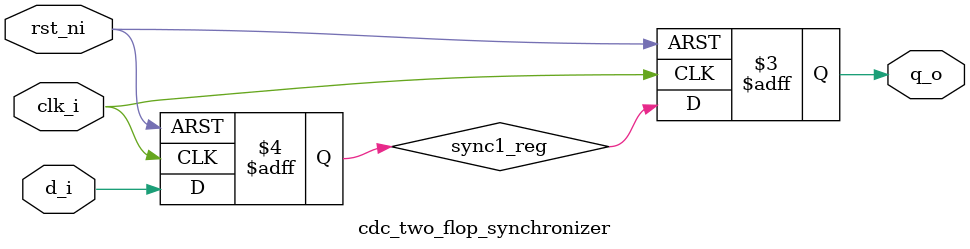
<source format=sv>
/**
 * @brief       Dvojstupňový synchronizátor signálu pre CDC (Clock Domain Crossing).
 * @details     Modul slúži na bezpečné prenesenie asynchrónneho signálu do cieľovej hodinovej domény
 *              pomocou dvoch postupných registrov (flip-flopov). Tým sa minimalizuje riziko metastability.
 *              Šírka synchronizovaného signálu je parametrická (`WIDTH`).
 *
 * @param[in]   WIDTH       Počet bitov vstupného a výstupného signálu (predvolené 1).
 * @input       clk_i       Hodinový signál cieľovej domény.
 * @input       rst_ni      Asynchrónny reset, aktívny nízky (negatívna logika).
 * @input       d_i         Asynchrónny vstupný signál (z inej hodinovej domény).
 * @output      q_o         Synchronizovaný výstupný signál, bezpečne prenesený do cieľovej domény.
 *
 * @example
 * cdc_two_flop_synchronizer #(
 *   .WIDTH(8)
 * ) u_sync (
 *   .clk_i(clk_target),
 *   .rst_ni(rst_n),
 *   .d_i(async_signal),
 *   .q_o(sync_signal)
 * );
 */


`ifndef TWO_FLOP_SYNCHRONIZER_SV
`define TWO_FLOP_SYNCHRONIZER_SV

`default_nettype none  // Zakazuje implicitné deklarácie - zvyšuje robustnosť

module cdc_two_flop_synchronizer #(
    parameter int WIDTH = 1 // Počet bitov synchronizovaného signálu
)(
  input  logic             clk_i,     // Hodinový signál cieľovej domény
  input  logic             rst_ni,    // Asynchrónny reset aktívny v L (negatívna logika)
  input  logic [WIDTH-1:0] d_i,       // Vstupný signál z inej (asynchrónnej) domény
  output logic [WIDTH-1:0] q_o        // Výstupný, synchronizovaný signál
);

  // === Prvý stupeň synchronizácie ===
  // Tento FF zachytáva asynchrónny vstup. Označený pre Quartus ako CDC synchronizátor.
  // Atribút `SYNCHRONIZER_IDENTIFICATION` zabezpečí automatické rozpoznanie nástrojom.
  (* altera_attribute = "-name SYNCHRONIZER_IDENTIFICATION FORCED_IF_ASYNCHRONOUS" *)
  logic [WIDTH-1:0] sync1_reg;

  // === Sekvenčná logika ===
  // Vykonáva dvojstupňovú synchronizáciu v cieľovej hodinovej doméne.
  always_ff @(posedge clk_i or negedge rst_ni) begin
    if (!rst_ni) begin
      // Inicializácia počas resetu - zabraňuje neznámym stavom
      sync1_reg <= 'd0;
      q_o       <= 'd0;
    end else begin
      // Prvý FF zachytí asynchrónny signál
      sync1_reg <= d_i;
      // Druhý FF produkuje synchronizovaný výstup
      q_o       <= sync1_reg;
    end
  end

endmodule

`endif // TWO_FLOP_SYNCHRONIZER_SV

</source>
